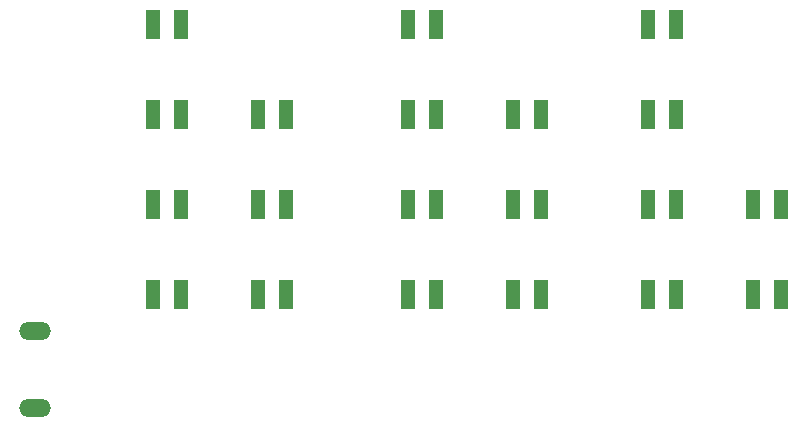
<source format=gbr>
G04 #@! TF.FileFunction,Soldermask,Bot*
%FSLAX46Y46*%
G04 Gerber Fmt 4.6, Leading zero omitted, Abs format (unit mm)*
G04 Created by KiCad (PCBNEW (2016-05-05 BZR 6775)-product) date Saturday, June 04, 2016 'PMt' 10:04:22 PM*
%MOMM*%
%LPD*%
G01*
G04 APERTURE LIST*
%ADD10C,0.100000*%
%ADD11R,1.200000X0.850000*%
%ADD12O,2.700000X1.520000*%
G04 APERTURE END LIST*
D10*
D11*
X137090000Y-117640000D03*
X137090000Y-116840000D03*
X137090000Y-116040000D03*
X134690000Y-117640000D03*
X134690000Y-116840000D03*
X134690000Y-116040000D03*
X124390000Y-125260000D03*
X124390000Y-124460000D03*
X124390000Y-123660000D03*
X121990000Y-125260000D03*
X121990000Y-124460000D03*
X121990000Y-123660000D03*
X124390000Y-132880000D03*
X124390000Y-132080000D03*
X124390000Y-131280000D03*
X121990000Y-132880000D03*
X121990000Y-132080000D03*
X121990000Y-131280000D03*
X124390000Y-140500000D03*
X124390000Y-139700000D03*
X124390000Y-138900000D03*
X121990000Y-140500000D03*
X121990000Y-139700000D03*
X121990000Y-138900000D03*
X115500000Y-117640000D03*
X115500000Y-116840000D03*
X115500000Y-116040000D03*
X113100000Y-117640000D03*
X113100000Y-116840000D03*
X113100000Y-116040000D03*
X115500000Y-125260000D03*
X115500000Y-124460000D03*
X115500000Y-123660000D03*
X113100000Y-125260000D03*
X113100000Y-124460000D03*
X113100000Y-123660000D03*
X115500000Y-132880000D03*
X115500000Y-132080000D03*
X115500000Y-131280000D03*
X113100000Y-132880000D03*
X113100000Y-132080000D03*
X113100000Y-131280000D03*
X115500000Y-140500000D03*
X115500000Y-139700000D03*
X115500000Y-138900000D03*
X113100000Y-140500000D03*
X113100000Y-139700000D03*
X113100000Y-138900000D03*
X145980000Y-125260000D03*
X145980000Y-124460000D03*
X145980000Y-123660000D03*
X143580000Y-125260000D03*
X143580000Y-124460000D03*
X143580000Y-123660000D03*
X145980000Y-132880000D03*
X145980000Y-132080000D03*
X145980000Y-131280000D03*
X143580000Y-132880000D03*
X143580000Y-132080000D03*
X143580000Y-131280000D03*
X145980000Y-140500000D03*
X145980000Y-139700000D03*
X145980000Y-138900000D03*
X143580000Y-140500000D03*
X143580000Y-139700000D03*
X143580000Y-138900000D03*
X137090000Y-125260000D03*
X137090000Y-124460000D03*
X137090000Y-123660000D03*
X134690000Y-125260000D03*
X134690000Y-124460000D03*
X134690000Y-123660000D03*
X137090000Y-132880000D03*
X137090000Y-132080000D03*
X137090000Y-131280000D03*
X134690000Y-132880000D03*
X134690000Y-132080000D03*
X134690000Y-131280000D03*
X137090000Y-140500000D03*
X137090000Y-139700000D03*
X137090000Y-138900000D03*
X134690000Y-140500000D03*
X134690000Y-139700000D03*
X134690000Y-138900000D03*
X166300000Y-132880000D03*
X166300000Y-132080000D03*
X166300000Y-131280000D03*
X163900000Y-132880000D03*
X163900000Y-132080000D03*
X163900000Y-131280000D03*
X166300000Y-140500000D03*
X166300000Y-139700000D03*
X166300000Y-138900000D03*
X163900000Y-140500000D03*
X163900000Y-139700000D03*
X163900000Y-138900000D03*
X157410000Y-117640000D03*
X157410000Y-116840000D03*
X157410000Y-116040000D03*
X155010000Y-117640000D03*
X155010000Y-116840000D03*
X155010000Y-116040000D03*
X157410000Y-125260000D03*
X157410000Y-124460000D03*
X157410000Y-123660000D03*
X155010000Y-125260000D03*
X155010000Y-124460000D03*
X155010000Y-123660000D03*
X157410000Y-132880000D03*
X157410000Y-132080000D03*
X157410000Y-131280000D03*
X155010000Y-132880000D03*
X155010000Y-132080000D03*
X155010000Y-131280000D03*
X157410000Y-140500000D03*
X157410000Y-139700000D03*
X157410000Y-138900000D03*
X155010000Y-140500000D03*
X155010000Y-139700000D03*
X155010000Y-138900000D03*
D12*
X103124000Y-142795000D03*
X103124000Y-149305000D03*
M02*

</source>
